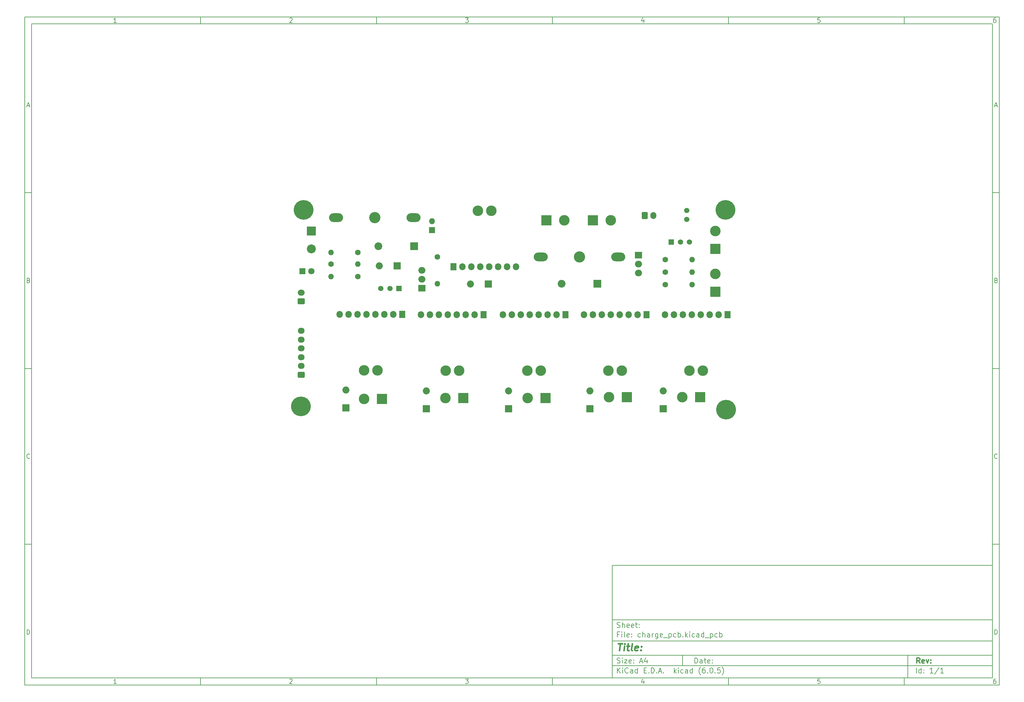
<source format=gts>
G04 #@! TF.GenerationSoftware,KiCad,Pcbnew,(6.0.5)*
G04 #@! TF.CreationDate,2023-05-16T20:39:54+02:00*
G04 #@! TF.ProjectId,charge_pcb,63686172-6765-45f7-9063-622e6b696361,rev?*
G04 #@! TF.SameCoordinates,Original*
G04 #@! TF.FileFunction,Soldermask,Top*
G04 #@! TF.FilePolarity,Negative*
%FSLAX46Y46*%
G04 Gerber Fmt 4.6, Leading zero omitted, Abs format (unit mm)*
G04 Created by KiCad (PCBNEW (6.0.5)) date 2023-05-16 20:39:54*
%MOMM*%
%LPD*%
G01*
G04 APERTURE LIST*
G04 Aperture macros list*
%AMRoundRect*
0 Rectangle with rounded corners*
0 $1 Rounding radius*
0 $2 $3 $4 $5 $6 $7 $8 $9 X,Y pos of 4 corners*
0 Add a 4 corners polygon primitive as box body*
4,1,4,$2,$3,$4,$5,$6,$7,$8,$9,$2,$3,0*
0 Add four circle primitives for the rounded corners*
1,1,$1+$1,$2,$3*
1,1,$1+$1,$4,$5*
1,1,$1+$1,$6,$7*
1,1,$1+$1,$8,$9*
0 Add four rect primitives between the rounded corners*
20,1,$1+$1,$2,$3,$4,$5,0*
20,1,$1+$1,$4,$5,$6,$7,0*
20,1,$1+$1,$6,$7,$8,$9,0*
20,1,$1+$1,$8,$9,$2,$3,0*%
G04 Aperture macros list end*
%ADD10C,0.100000*%
%ADD11C,0.150000*%
%ADD12C,0.300000*%
%ADD13C,0.400000*%
%ADD14R,2.540000X2.540000*%
%ADD15C,2.540000*%
%ADD16C,1.501140*%
%ADD17R,2.000000X2.000000*%
%ADD18O,2.000000X2.000000*%
%ADD19O,4.000500X2.499360*%
%ADD20C,3.200000*%
%ADD21R,3.000000X3.000000*%
%ADD22C,3.000000*%
%ADD23R,1.500000X1.500000*%
%ADD24C,1.500000*%
%ADD25C,1.600000*%
%ADD26O,1.600000X1.600000*%
%ADD27C,5.600000*%
%ADD28C,3.600000*%
%ADD29R,2.000000X1.905000*%
%ADD30O,2.000000X1.905000*%
%ADD31RoundRect,0.250000X0.725000X-0.600000X0.725000X0.600000X-0.725000X0.600000X-0.725000X-0.600000X0*%
%ADD32O,1.950000X1.700000*%
%ADD33RoundRect,0.250000X0.750000X-0.600000X0.750000X0.600000X-0.750000X0.600000X-0.750000X-0.600000X0*%
%ADD34O,2.000000X1.700000*%
%ADD35RoundRect,0.250000X-0.600000X-0.750000X0.600000X-0.750000X0.600000X0.750000X-0.600000X0.750000X0*%
%ADD36O,1.700000X2.000000*%
%ADD37R,1.800000X2.000000*%
%ADD38O,1.800000X2.000000*%
%ADD39O,3.000000X3.000000*%
%ADD40R,1.700000X1.700000*%
%ADD41O,1.700000X1.700000*%
%ADD42R,1.800000X1.800000*%
%ADD43C,1.800000*%
%ADD44R,2.200000X2.200000*%
%ADD45O,2.200000X2.200000*%
G04 APERTURE END LIST*
D10*
D11*
X177002200Y-166007200D02*
X177002200Y-198007200D01*
X285002200Y-198007200D01*
X285002200Y-166007200D01*
X177002200Y-166007200D01*
D10*
D11*
X10000000Y-10000000D02*
X10000000Y-200007200D01*
X287002200Y-200007200D01*
X287002200Y-10000000D01*
X10000000Y-10000000D01*
D10*
D11*
X12000000Y-12000000D02*
X12000000Y-198007200D01*
X285002200Y-198007200D01*
X285002200Y-12000000D01*
X12000000Y-12000000D01*
D10*
D11*
X60000000Y-12000000D02*
X60000000Y-10000000D01*
D10*
D11*
X110000000Y-12000000D02*
X110000000Y-10000000D01*
D10*
D11*
X160000000Y-12000000D02*
X160000000Y-10000000D01*
D10*
D11*
X210000000Y-12000000D02*
X210000000Y-10000000D01*
D10*
D11*
X260000000Y-12000000D02*
X260000000Y-10000000D01*
D10*
D11*
X36065476Y-11588095D02*
X35322619Y-11588095D01*
X35694047Y-11588095D02*
X35694047Y-10288095D01*
X35570238Y-10473809D01*
X35446428Y-10597619D01*
X35322619Y-10659523D01*
D10*
D11*
X85322619Y-10411904D02*
X85384523Y-10350000D01*
X85508333Y-10288095D01*
X85817857Y-10288095D01*
X85941666Y-10350000D01*
X86003571Y-10411904D01*
X86065476Y-10535714D01*
X86065476Y-10659523D01*
X86003571Y-10845238D01*
X85260714Y-11588095D01*
X86065476Y-11588095D01*
D10*
D11*
X135260714Y-10288095D02*
X136065476Y-10288095D01*
X135632142Y-10783333D01*
X135817857Y-10783333D01*
X135941666Y-10845238D01*
X136003571Y-10907142D01*
X136065476Y-11030952D01*
X136065476Y-11340476D01*
X136003571Y-11464285D01*
X135941666Y-11526190D01*
X135817857Y-11588095D01*
X135446428Y-11588095D01*
X135322619Y-11526190D01*
X135260714Y-11464285D01*
D10*
D11*
X185941666Y-10721428D02*
X185941666Y-11588095D01*
X185632142Y-10226190D02*
X185322619Y-11154761D01*
X186127380Y-11154761D01*
D10*
D11*
X236003571Y-10288095D02*
X235384523Y-10288095D01*
X235322619Y-10907142D01*
X235384523Y-10845238D01*
X235508333Y-10783333D01*
X235817857Y-10783333D01*
X235941666Y-10845238D01*
X236003571Y-10907142D01*
X236065476Y-11030952D01*
X236065476Y-11340476D01*
X236003571Y-11464285D01*
X235941666Y-11526190D01*
X235817857Y-11588095D01*
X235508333Y-11588095D01*
X235384523Y-11526190D01*
X235322619Y-11464285D01*
D10*
D11*
X285941666Y-10288095D02*
X285694047Y-10288095D01*
X285570238Y-10350000D01*
X285508333Y-10411904D01*
X285384523Y-10597619D01*
X285322619Y-10845238D01*
X285322619Y-11340476D01*
X285384523Y-11464285D01*
X285446428Y-11526190D01*
X285570238Y-11588095D01*
X285817857Y-11588095D01*
X285941666Y-11526190D01*
X286003571Y-11464285D01*
X286065476Y-11340476D01*
X286065476Y-11030952D01*
X286003571Y-10907142D01*
X285941666Y-10845238D01*
X285817857Y-10783333D01*
X285570238Y-10783333D01*
X285446428Y-10845238D01*
X285384523Y-10907142D01*
X285322619Y-11030952D01*
D10*
D11*
X60000000Y-198007200D02*
X60000000Y-200007200D01*
D10*
D11*
X110000000Y-198007200D02*
X110000000Y-200007200D01*
D10*
D11*
X160000000Y-198007200D02*
X160000000Y-200007200D01*
D10*
D11*
X210000000Y-198007200D02*
X210000000Y-200007200D01*
D10*
D11*
X260000000Y-198007200D02*
X260000000Y-200007200D01*
D10*
D11*
X36065476Y-199595295D02*
X35322619Y-199595295D01*
X35694047Y-199595295D02*
X35694047Y-198295295D01*
X35570238Y-198481009D01*
X35446428Y-198604819D01*
X35322619Y-198666723D01*
D10*
D11*
X85322619Y-198419104D02*
X85384523Y-198357200D01*
X85508333Y-198295295D01*
X85817857Y-198295295D01*
X85941666Y-198357200D01*
X86003571Y-198419104D01*
X86065476Y-198542914D01*
X86065476Y-198666723D01*
X86003571Y-198852438D01*
X85260714Y-199595295D01*
X86065476Y-199595295D01*
D10*
D11*
X135260714Y-198295295D02*
X136065476Y-198295295D01*
X135632142Y-198790533D01*
X135817857Y-198790533D01*
X135941666Y-198852438D01*
X136003571Y-198914342D01*
X136065476Y-199038152D01*
X136065476Y-199347676D01*
X136003571Y-199471485D01*
X135941666Y-199533390D01*
X135817857Y-199595295D01*
X135446428Y-199595295D01*
X135322619Y-199533390D01*
X135260714Y-199471485D01*
D10*
D11*
X185941666Y-198728628D02*
X185941666Y-199595295D01*
X185632142Y-198233390D02*
X185322619Y-199161961D01*
X186127380Y-199161961D01*
D10*
D11*
X236003571Y-198295295D02*
X235384523Y-198295295D01*
X235322619Y-198914342D01*
X235384523Y-198852438D01*
X235508333Y-198790533D01*
X235817857Y-198790533D01*
X235941666Y-198852438D01*
X236003571Y-198914342D01*
X236065476Y-199038152D01*
X236065476Y-199347676D01*
X236003571Y-199471485D01*
X235941666Y-199533390D01*
X235817857Y-199595295D01*
X235508333Y-199595295D01*
X235384523Y-199533390D01*
X235322619Y-199471485D01*
D10*
D11*
X285941666Y-198295295D02*
X285694047Y-198295295D01*
X285570238Y-198357200D01*
X285508333Y-198419104D01*
X285384523Y-198604819D01*
X285322619Y-198852438D01*
X285322619Y-199347676D01*
X285384523Y-199471485D01*
X285446428Y-199533390D01*
X285570238Y-199595295D01*
X285817857Y-199595295D01*
X285941666Y-199533390D01*
X286003571Y-199471485D01*
X286065476Y-199347676D01*
X286065476Y-199038152D01*
X286003571Y-198914342D01*
X285941666Y-198852438D01*
X285817857Y-198790533D01*
X285570238Y-198790533D01*
X285446428Y-198852438D01*
X285384523Y-198914342D01*
X285322619Y-199038152D01*
D10*
D11*
X10000000Y-60000000D02*
X12000000Y-60000000D01*
D10*
D11*
X10000000Y-110000000D02*
X12000000Y-110000000D01*
D10*
D11*
X10000000Y-160000000D02*
X12000000Y-160000000D01*
D10*
D11*
X10690476Y-35216666D02*
X11309523Y-35216666D01*
X10566666Y-35588095D02*
X11000000Y-34288095D01*
X11433333Y-35588095D01*
D10*
D11*
X11092857Y-84907142D02*
X11278571Y-84969047D01*
X11340476Y-85030952D01*
X11402380Y-85154761D01*
X11402380Y-85340476D01*
X11340476Y-85464285D01*
X11278571Y-85526190D01*
X11154761Y-85588095D01*
X10659523Y-85588095D01*
X10659523Y-84288095D01*
X11092857Y-84288095D01*
X11216666Y-84350000D01*
X11278571Y-84411904D01*
X11340476Y-84535714D01*
X11340476Y-84659523D01*
X11278571Y-84783333D01*
X11216666Y-84845238D01*
X11092857Y-84907142D01*
X10659523Y-84907142D01*
D10*
D11*
X11402380Y-135464285D02*
X11340476Y-135526190D01*
X11154761Y-135588095D01*
X11030952Y-135588095D01*
X10845238Y-135526190D01*
X10721428Y-135402380D01*
X10659523Y-135278571D01*
X10597619Y-135030952D01*
X10597619Y-134845238D01*
X10659523Y-134597619D01*
X10721428Y-134473809D01*
X10845238Y-134350000D01*
X11030952Y-134288095D01*
X11154761Y-134288095D01*
X11340476Y-134350000D01*
X11402380Y-134411904D01*
D10*
D11*
X10659523Y-185588095D02*
X10659523Y-184288095D01*
X10969047Y-184288095D01*
X11154761Y-184350000D01*
X11278571Y-184473809D01*
X11340476Y-184597619D01*
X11402380Y-184845238D01*
X11402380Y-185030952D01*
X11340476Y-185278571D01*
X11278571Y-185402380D01*
X11154761Y-185526190D01*
X10969047Y-185588095D01*
X10659523Y-185588095D01*
D10*
D11*
X287002200Y-60000000D02*
X285002200Y-60000000D01*
D10*
D11*
X287002200Y-110000000D02*
X285002200Y-110000000D01*
D10*
D11*
X287002200Y-160000000D02*
X285002200Y-160000000D01*
D10*
D11*
X285692676Y-35216666D02*
X286311723Y-35216666D01*
X285568866Y-35588095D02*
X286002200Y-34288095D01*
X286435533Y-35588095D01*
D10*
D11*
X286095057Y-84907142D02*
X286280771Y-84969047D01*
X286342676Y-85030952D01*
X286404580Y-85154761D01*
X286404580Y-85340476D01*
X286342676Y-85464285D01*
X286280771Y-85526190D01*
X286156961Y-85588095D01*
X285661723Y-85588095D01*
X285661723Y-84288095D01*
X286095057Y-84288095D01*
X286218866Y-84350000D01*
X286280771Y-84411904D01*
X286342676Y-84535714D01*
X286342676Y-84659523D01*
X286280771Y-84783333D01*
X286218866Y-84845238D01*
X286095057Y-84907142D01*
X285661723Y-84907142D01*
D10*
D11*
X286404580Y-135464285D02*
X286342676Y-135526190D01*
X286156961Y-135588095D01*
X286033152Y-135588095D01*
X285847438Y-135526190D01*
X285723628Y-135402380D01*
X285661723Y-135278571D01*
X285599819Y-135030952D01*
X285599819Y-134845238D01*
X285661723Y-134597619D01*
X285723628Y-134473809D01*
X285847438Y-134350000D01*
X286033152Y-134288095D01*
X286156961Y-134288095D01*
X286342676Y-134350000D01*
X286404580Y-134411904D01*
D10*
D11*
X285661723Y-185588095D02*
X285661723Y-184288095D01*
X285971247Y-184288095D01*
X286156961Y-184350000D01*
X286280771Y-184473809D01*
X286342676Y-184597619D01*
X286404580Y-184845238D01*
X286404580Y-185030952D01*
X286342676Y-185278571D01*
X286280771Y-185402380D01*
X286156961Y-185526190D01*
X285971247Y-185588095D01*
X285661723Y-185588095D01*
D10*
D11*
X200434342Y-193785771D02*
X200434342Y-192285771D01*
X200791485Y-192285771D01*
X201005771Y-192357200D01*
X201148628Y-192500057D01*
X201220057Y-192642914D01*
X201291485Y-192928628D01*
X201291485Y-193142914D01*
X201220057Y-193428628D01*
X201148628Y-193571485D01*
X201005771Y-193714342D01*
X200791485Y-193785771D01*
X200434342Y-193785771D01*
X202577200Y-193785771D02*
X202577200Y-193000057D01*
X202505771Y-192857200D01*
X202362914Y-192785771D01*
X202077200Y-192785771D01*
X201934342Y-192857200D01*
X202577200Y-193714342D02*
X202434342Y-193785771D01*
X202077200Y-193785771D01*
X201934342Y-193714342D01*
X201862914Y-193571485D01*
X201862914Y-193428628D01*
X201934342Y-193285771D01*
X202077200Y-193214342D01*
X202434342Y-193214342D01*
X202577200Y-193142914D01*
X203077200Y-192785771D02*
X203648628Y-192785771D01*
X203291485Y-192285771D02*
X203291485Y-193571485D01*
X203362914Y-193714342D01*
X203505771Y-193785771D01*
X203648628Y-193785771D01*
X204720057Y-193714342D02*
X204577200Y-193785771D01*
X204291485Y-193785771D01*
X204148628Y-193714342D01*
X204077200Y-193571485D01*
X204077200Y-193000057D01*
X204148628Y-192857200D01*
X204291485Y-192785771D01*
X204577200Y-192785771D01*
X204720057Y-192857200D01*
X204791485Y-193000057D01*
X204791485Y-193142914D01*
X204077200Y-193285771D01*
X205434342Y-193642914D02*
X205505771Y-193714342D01*
X205434342Y-193785771D01*
X205362914Y-193714342D01*
X205434342Y-193642914D01*
X205434342Y-193785771D01*
X205434342Y-192857200D02*
X205505771Y-192928628D01*
X205434342Y-193000057D01*
X205362914Y-192928628D01*
X205434342Y-192857200D01*
X205434342Y-193000057D01*
D10*
D11*
X177002200Y-194507200D02*
X285002200Y-194507200D01*
D10*
D11*
X178434342Y-196585771D02*
X178434342Y-195085771D01*
X179291485Y-196585771D02*
X178648628Y-195728628D01*
X179291485Y-195085771D02*
X178434342Y-195942914D01*
X179934342Y-196585771D02*
X179934342Y-195585771D01*
X179934342Y-195085771D02*
X179862914Y-195157200D01*
X179934342Y-195228628D01*
X180005771Y-195157200D01*
X179934342Y-195085771D01*
X179934342Y-195228628D01*
X181505771Y-196442914D02*
X181434342Y-196514342D01*
X181220057Y-196585771D01*
X181077200Y-196585771D01*
X180862914Y-196514342D01*
X180720057Y-196371485D01*
X180648628Y-196228628D01*
X180577200Y-195942914D01*
X180577200Y-195728628D01*
X180648628Y-195442914D01*
X180720057Y-195300057D01*
X180862914Y-195157200D01*
X181077200Y-195085771D01*
X181220057Y-195085771D01*
X181434342Y-195157200D01*
X181505771Y-195228628D01*
X182791485Y-196585771D02*
X182791485Y-195800057D01*
X182720057Y-195657200D01*
X182577200Y-195585771D01*
X182291485Y-195585771D01*
X182148628Y-195657200D01*
X182791485Y-196514342D02*
X182648628Y-196585771D01*
X182291485Y-196585771D01*
X182148628Y-196514342D01*
X182077200Y-196371485D01*
X182077200Y-196228628D01*
X182148628Y-196085771D01*
X182291485Y-196014342D01*
X182648628Y-196014342D01*
X182791485Y-195942914D01*
X184148628Y-196585771D02*
X184148628Y-195085771D01*
X184148628Y-196514342D02*
X184005771Y-196585771D01*
X183720057Y-196585771D01*
X183577200Y-196514342D01*
X183505771Y-196442914D01*
X183434342Y-196300057D01*
X183434342Y-195871485D01*
X183505771Y-195728628D01*
X183577200Y-195657200D01*
X183720057Y-195585771D01*
X184005771Y-195585771D01*
X184148628Y-195657200D01*
X186005771Y-195800057D02*
X186505771Y-195800057D01*
X186720057Y-196585771D02*
X186005771Y-196585771D01*
X186005771Y-195085771D01*
X186720057Y-195085771D01*
X187362914Y-196442914D02*
X187434342Y-196514342D01*
X187362914Y-196585771D01*
X187291485Y-196514342D01*
X187362914Y-196442914D01*
X187362914Y-196585771D01*
X188077200Y-196585771D02*
X188077200Y-195085771D01*
X188434342Y-195085771D01*
X188648628Y-195157200D01*
X188791485Y-195300057D01*
X188862914Y-195442914D01*
X188934342Y-195728628D01*
X188934342Y-195942914D01*
X188862914Y-196228628D01*
X188791485Y-196371485D01*
X188648628Y-196514342D01*
X188434342Y-196585771D01*
X188077200Y-196585771D01*
X189577200Y-196442914D02*
X189648628Y-196514342D01*
X189577200Y-196585771D01*
X189505771Y-196514342D01*
X189577200Y-196442914D01*
X189577200Y-196585771D01*
X190220057Y-196157200D02*
X190934342Y-196157200D01*
X190077200Y-196585771D02*
X190577200Y-195085771D01*
X191077200Y-196585771D01*
X191577200Y-196442914D02*
X191648628Y-196514342D01*
X191577200Y-196585771D01*
X191505771Y-196514342D01*
X191577200Y-196442914D01*
X191577200Y-196585771D01*
X194577200Y-196585771D02*
X194577200Y-195085771D01*
X194720057Y-196014342D02*
X195148628Y-196585771D01*
X195148628Y-195585771D02*
X194577200Y-196157200D01*
X195791485Y-196585771D02*
X195791485Y-195585771D01*
X195791485Y-195085771D02*
X195720057Y-195157200D01*
X195791485Y-195228628D01*
X195862914Y-195157200D01*
X195791485Y-195085771D01*
X195791485Y-195228628D01*
X197148628Y-196514342D02*
X197005771Y-196585771D01*
X196720057Y-196585771D01*
X196577200Y-196514342D01*
X196505771Y-196442914D01*
X196434342Y-196300057D01*
X196434342Y-195871485D01*
X196505771Y-195728628D01*
X196577200Y-195657200D01*
X196720057Y-195585771D01*
X197005771Y-195585771D01*
X197148628Y-195657200D01*
X198434342Y-196585771D02*
X198434342Y-195800057D01*
X198362914Y-195657200D01*
X198220057Y-195585771D01*
X197934342Y-195585771D01*
X197791485Y-195657200D01*
X198434342Y-196514342D02*
X198291485Y-196585771D01*
X197934342Y-196585771D01*
X197791485Y-196514342D01*
X197720057Y-196371485D01*
X197720057Y-196228628D01*
X197791485Y-196085771D01*
X197934342Y-196014342D01*
X198291485Y-196014342D01*
X198434342Y-195942914D01*
X199791485Y-196585771D02*
X199791485Y-195085771D01*
X199791485Y-196514342D02*
X199648628Y-196585771D01*
X199362914Y-196585771D01*
X199220057Y-196514342D01*
X199148628Y-196442914D01*
X199077200Y-196300057D01*
X199077200Y-195871485D01*
X199148628Y-195728628D01*
X199220057Y-195657200D01*
X199362914Y-195585771D01*
X199648628Y-195585771D01*
X199791485Y-195657200D01*
X202077200Y-197157200D02*
X202005771Y-197085771D01*
X201862914Y-196871485D01*
X201791485Y-196728628D01*
X201720057Y-196514342D01*
X201648628Y-196157200D01*
X201648628Y-195871485D01*
X201720057Y-195514342D01*
X201791485Y-195300057D01*
X201862914Y-195157200D01*
X202005771Y-194942914D01*
X202077200Y-194871485D01*
X203291485Y-195085771D02*
X203005771Y-195085771D01*
X202862914Y-195157200D01*
X202791485Y-195228628D01*
X202648628Y-195442914D01*
X202577200Y-195728628D01*
X202577200Y-196300057D01*
X202648628Y-196442914D01*
X202720057Y-196514342D01*
X202862914Y-196585771D01*
X203148628Y-196585771D01*
X203291485Y-196514342D01*
X203362914Y-196442914D01*
X203434342Y-196300057D01*
X203434342Y-195942914D01*
X203362914Y-195800057D01*
X203291485Y-195728628D01*
X203148628Y-195657200D01*
X202862914Y-195657200D01*
X202720057Y-195728628D01*
X202648628Y-195800057D01*
X202577200Y-195942914D01*
X204077200Y-196442914D02*
X204148628Y-196514342D01*
X204077200Y-196585771D01*
X204005771Y-196514342D01*
X204077200Y-196442914D01*
X204077200Y-196585771D01*
X205077200Y-195085771D02*
X205220057Y-195085771D01*
X205362914Y-195157200D01*
X205434342Y-195228628D01*
X205505771Y-195371485D01*
X205577200Y-195657200D01*
X205577200Y-196014342D01*
X205505771Y-196300057D01*
X205434342Y-196442914D01*
X205362914Y-196514342D01*
X205220057Y-196585771D01*
X205077200Y-196585771D01*
X204934342Y-196514342D01*
X204862914Y-196442914D01*
X204791485Y-196300057D01*
X204720057Y-196014342D01*
X204720057Y-195657200D01*
X204791485Y-195371485D01*
X204862914Y-195228628D01*
X204934342Y-195157200D01*
X205077200Y-195085771D01*
X206220057Y-196442914D02*
X206291485Y-196514342D01*
X206220057Y-196585771D01*
X206148628Y-196514342D01*
X206220057Y-196442914D01*
X206220057Y-196585771D01*
X207648628Y-195085771D02*
X206934342Y-195085771D01*
X206862914Y-195800057D01*
X206934342Y-195728628D01*
X207077200Y-195657200D01*
X207434342Y-195657200D01*
X207577200Y-195728628D01*
X207648628Y-195800057D01*
X207720057Y-195942914D01*
X207720057Y-196300057D01*
X207648628Y-196442914D01*
X207577200Y-196514342D01*
X207434342Y-196585771D01*
X207077200Y-196585771D01*
X206934342Y-196514342D01*
X206862914Y-196442914D01*
X208220057Y-197157200D02*
X208291485Y-197085771D01*
X208434342Y-196871485D01*
X208505771Y-196728628D01*
X208577200Y-196514342D01*
X208648628Y-196157200D01*
X208648628Y-195871485D01*
X208577200Y-195514342D01*
X208505771Y-195300057D01*
X208434342Y-195157200D01*
X208291485Y-194942914D01*
X208220057Y-194871485D01*
D10*
D11*
X177002200Y-191507200D02*
X285002200Y-191507200D01*
D10*
D12*
X264411485Y-193785771D02*
X263911485Y-193071485D01*
X263554342Y-193785771D02*
X263554342Y-192285771D01*
X264125771Y-192285771D01*
X264268628Y-192357200D01*
X264340057Y-192428628D01*
X264411485Y-192571485D01*
X264411485Y-192785771D01*
X264340057Y-192928628D01*
X264268628Y-193000057D01*
X264125771Y-193071485D01*
X263554342Y-193071485D01*
X265625771Y-193714342D02*
X265482914Y-193785771D01*
X265197200Y-193785771D01*
X265054342Y-193714342D01*
X264982914Y-193571485D01*
X264982914Y-193000057D01*
X265054342Y-192857200D01*
X265197200Y-192785771D01*
X265482914Y-192785771D01*
X265625771Y-192857200D01*
X265697200Y-193000057D01*
X265697200Y-193142914D01*
X264982914Y-193285771D01*
X266197200Y-192785771D02*
X266554342Y-193785771D01*
X266911485Y-192785771D01*
X267482914Y-193642914D02*
X267554342Y-193714342D01*
X267482914Y-193785771D01*
X267411485Y-193714342D01*
X267482914Y-193642914D01*
X267482914Y-193785771D01*
X267482914Y-192857200D02*
X267554342Y-192928628D01*
X267482914Y-193000057D01*
X267411485Y-192928628D01*
X267482914Y-192857200D01*
X267482914Y-193000057D01*
D10*
D11*
X178362914Y-193714342D02*
X178577200Y-193785771D01*
X178934342Y-193785771D01*
X179077200Y-193714342D01*
X179148628Y-193642914D01*
X179220057Y-193500057D01*
X179220057Y-193357200D01*
X179148628Y-193214342D01*
X179077200Y-193142914D01*
X178934342Y-193071485D01*
X178648628Y-193000057D01*
X178505771Y-192928628D01*
X178434342Y-192857200D01*
X178362914Y-192714342D01*
X178362914Y-192571485D01*
X178434342Y-192428628D01*
X178505771Y-192357200D01*
X178648628Y-192285771D01*
X179005771Y-192285771D01*
X179220057Y-192357200D01*
X179862914Y-193785771D02*
X179862914Y-192785771D01*
X179862914Y-192285771D02*
X179791485Y-192357200D01*
X179862914Y-192428628D01*
X179934342Y-192357200D01*
X179862914Y-192285771D01*
X179862914Y-192428628D01*
X180434342Y-192785771D02*
X181220057Y-192785771D01*
X180434342Y-193785771D01*
X181220057Y-193785771D01*
X182362914Y-193714342D02*
X182220057Y-193785771D01*
X181934342Y-193785771D01*
X181791485Y-193714342D01*
X181720057Y-193571485D01*
X181720057Y-193000057D01*
X181791485Y-192857200D01*
X181934342Y-192785771D01*
X182220057Y-192785771D01*
X182362914Y-192857200D01*
X182434342Y-193000057D01*
X182434342Y-193142914D01*
X181720057Y-193285771D01*
X183077200Y-193642914D02*
X183148628Y-193714342D01*
X183077200Y-193785771D01*
X183005771Y-193714342D01*
X183077200Y-193642914D01*
X183077200Y-193785771D01*
X183077200Y-192857200D02*
X183148628Y-192928628D01*
X183077200Y-193000057D01*
X183005771Y-192928628D01*
X183077200Y-192857200D01*
X183077200Y-193000057D01*
X184862914Y-193357200D02*
X185577200Y-193357200D01*
X184720057Y-193785771D02*
X185220057Y-192285771D01*
X185720057Y-193785771D01*
X186862914Y-192785771D02*
X186862914Y-193785771D01*
X186505771Y-192214342D02*
X186148628Y-193285771D01*
X187077200Y-193285771D01*
D10*
D11*
X263434342Y-196585771D02*
X263434342Y-195085771D01*
X264791485Y-196585771D02*
X264791485Y-195085771D01*
X264791485Y-196514342D02*
X264648628Y-196585771D01*
X264362914Y-196585771D01*
X264220057Y-196514342D01*
X264148628Y-196442914D01*
X264077200Y-196300057D01*
X264077200Y-195871485D01*
X264148628Y-195728628D01*
X264220057Y-195657200D01*
X264362914Y-195585771D01*
X264648628Y-195585771D01*
X264791485Y-195657200D01*
X265505771Y-196442914D02*
X265577200Y-196514342D01*
X265505771Y-196585771D01*
X265434342Y-196514342D01*
X265505771Y-196442914D01*
X265505771Y-196585771D01*
X265505771Y-195657200D02*
X265577200Y-195728628D01*
X265505771Y-195800057D01*
X265434342Y-195728628D01*
X265505771Y-195657200D01*
X265505771Y-195800057D01*
X268148628Y-196585771D02*
X267291485Y-196585771D01*
X267720057Y-196585771D02*
X267720057Y-195085771D01*
X267577200Y-195300057D01*
X267434342Y-195442914D01*
X267291485Y-195514342D01*
X269862914Y-195014342D02*
X268577200Y-196942914D01*
X271148628Y-196585771D02*
X270291485Y-196585771D01*
X270720057Y-196585771D02*
X270720057Y-195085771D01*
X270577200Y-195300057D01*
X270434342Y-195442914D01*
X270291485Y-195514342D01*
D10*
D11*
X177002200Y-187507200D02*
X285002200Y-187507200D01*
D10*
D13*
X178714580Y-188211961D02*
X179857438Y-188211961D01*
X179036009Y-190211961D02*
X179286009Y-188211961D01*
X180274104Y-190211961D02*
X180440771Y-188878628D01*
X180524104Y-188211961D02*
X180416961Y-188307200D01*
X180500295Y-188402438D01*
X180607438Y-188307200D01*
X180524104Y-188211961D01*
X180500295Y-188402438D01*
X181107438Y-188878628D02*
X181869342Y-188878628D01*
X181476485Y-188211961D02*
X181262200Y-189926247D01*
X181333628Y-190116723D01*
X181512200Y-190211961D01*
X181702676Y-190211961D01*
X182655057Y-190211961D02*
X182476485Y-190116723D01*
X182405057Y-189926247D01*
X182619342Y-188211961D01*
X184190771Y-190116723D02*
X183988390Y-190211961D01*
X183607438Y-190211961D01*
X183428866Y-190116723D01*
X183357438Y-189926247D01*
X183452676Y-189164342D01*
X183571723Y-188973866D01*
X183774104Y-188878628D01*
X184155057Y-188878628D01*
X184333628Y-188973866D01*
X184405057Y-189164342D01*
X184381247Y-189354819D01*
X183405057Y-189545295D01*
X185155057Y-190021485D02*
X185238390Y-190116723D01*
X185131247Y-190211961D01*
X185047914Y-190116723D01*
X185155057Y-190021485D01*
X185131247Y-190211961D01*
X185286009Y-188973866D02*
X185369342Y-189069104D01*
X185262200Y-189164342D01*
X185178866Y-189069104D01*
X185286009Y-188973866D01*
X185262200Y-189164342D01*
D10*
D11*
X178934342Y-185600057D02*
X178434342Y-185600057D01*
X178434342Y-186385771D02*
X178434342Y-184885771D01*
X179148628Y-184885771D01*
X179720057Y-186385771D02*
X179720057Y-185385771D01*
X179720057Y-184885771D02*
X179648628Y-184957200D01*
X179720057Y-185028628D01*
X179791485Y-184957200D01*
X179720057Y-184885771D01*
X179720057Y-185028628D01*
X180648628Y-186385771D02*
X180505771Y-186314342D01*
X180434342Y-186171485D01*
X180434342Y-184885771D01*
X181791485Y-186314342D02*
X181648628Y-186385771D01*
X181362914Y-186385771D01*
X181220057Y-186314342D01*
X181148628Y-186171485D01*
X181148628Y-185600057D01*
X181220057Y-185457200D01*
X181362914Y-185385771D01*
X181648628Y-185385771D01*
X181791485Y-185457200D01*
X181862914Y-185600057D01*
X181862914Y-185742914D01*
X181148628Y-185885771D01*
X182505771Y-186242914D02*
X182577200Y-186314342D01*
X182505771Y-186385771D01*
X182434342Y-186314342D01*
X182505771Y-186242914D01*
X182505771Y-186385771D01*
X182505771Y-185457200D02*
X182577200Y-185528628D01*
X182505771Y-185600057D01*
X182434342Y-185528628D01*
X182505771Y-185457200D01*
X182505771Y-185600057D01*
X185005771Y-186314342D02*
X184862914Y-186385771D01*
X184577200Y-186385771D01*
X184434342Y-186314342D01*
X184362914Y-186242914D01*
X184291485Y-186100057D01*
X184291485Y-185671485D01*
X184362914Y-185528628D01*
X184434342Y-185457200D01*
X184577200Y-185385771D01*
X184862914Y-185385771D01*
X185005771Y-185457200D01*
X185648628Y-186385771D02*
X185648628Y-184885771D01*
X186291485Y-186385771D02*
X186291485Y-185600057D01*
X186220057Y-185457200D01*
X186077200Y-185385771D01*
X185862914Y-185385771D01*
X185720057Y-185457200D01*
X185648628Y-185528628D01*
X187648628Y-186385771D02*
X187648628Y-185600057D01*
X187577200Y-185457200D01*
X187434342Y-185385771D01*
X187148628Y-185385771D01*
X187005771Y-185457200D01*
X187648628Y-186314342D02*
X187505771Y-186385771D01*
X187148628Y-186385771D01*
X187005771Y-186314342D01*
X186934342Y-186171485D01*
X186934342Y-186028628D01*
X187005771Y-185885771D01*
X187148628Y-185814342D01*
X187505771Y-185814342D01*
X187648628Y-185742914D01*
X188362914Y-186385771D02*
X188362914Y-185385771D01*
X188362914Y-185671485D02*
X188434342Y-185528628D01*
X188505771Y-185457200D01*
X188648628Y-185385771D01*
X188791485Y-185385771D01*
X189934342Y-185385771D02*
X189934342Y-186600057D01*
X189862914Y-186742914D01*
X189791485Y-186814342D01*
X189648628Y-186885771D01*
X189434342Y-186885771D01*
X189291485Y-186814342D01*
X189934342Y-186314342D02*
X189791485Y-186385771D01*
X189505771Y-186385771D01*
X189362914Y-186314342D01*
X189291485Y-186242914D01*
X189220057Y-186100057D01*
X189220057Y-185671485D01*
X189291485Y-185528628D01*
X189362914Y-185457200D01*
X189505771Y-185385771D01*
X189791485Y-185385771D01*
X189934342Y-185457200D01*
X191220057Y-186314342D02*
X191077200Y-186385771D01*
X190791485Y-186385771D01*
X190648628Y-186314342D01*
X190577200Y-186171485D01*
X190577200Y-185600057D01*
X190648628Y-185457200D01*
X190791485Y-185385771D01*
X191077200Y-185385771D01*
X191220057Y-185457200D01*
X191291485Y-185600057D01*
X191291485Y-185742914D01*
X190577200Y-185885771D01*
X191577200Y-186528628D02*
X192720057Y-186528628D01*
X193077200Y-185385771D02*
X193077200Y-186885771D01*
X193077200Y-185457200D02*
X193220057Y-185385771D01*
X193505771Y-185385771D01*
X193648628Y-185457200D01*
X193720057Y-185528628D01*
X193791485Y-185671485D01*
X193791485Y-186100057D01*
X193720057Y-186242914D01*
X193648628Y-186314342D01*
X193505771Y-186385771D01*
X193220057Y-186385771D01*
X193077200Y-186314342D01*
X195077200Y-186314342D02*
X194934342Y-186385771D01*
X194648628Y-186385771D01*
X194505771Y-186314342D01*
X194434342Y-186242914D01*
X194362914Y-186100057D01*
X194362914Y-185671485D01*
X194434342Y-185528628D01*
X194505771Y-185457200D01*
X194648628Y-185385771D01*
X194934342Y-185385771D01*
X195077200Y-185457200D01*
X195720057Y-186385771D02*
X195720057Y-184885771D01*
X195720057Y-185457200D02*
X195862914Y-185385771D01*
X196148628Y-185385771D01*
X196291485Y-185457200D01*
X196362914Y-185528628D01*
X196434342Y-185671485D01*
X196434342Y-186100057D01*
X196362914Y-186242914D01*
X196291485Y-186314342D01*
X196148628Y-186385771D01*
X195862914Y-186385771D01*
X195720057Y-186314342D01*
X197077200Y-186242914D02*
X197148628Y-186314342D01*
X197077200Y-186385771D01*
X197005771Y-186314342D01*
X197077200Y-186242914D01*
X197077200Y-186385771D01*
X197791485Y-186385771D02*
X197791485Y-184885771D01*
X197934342Y-185814342D02*
X198362914Y-186385771D01*
X198362914Y-185385771D02*
X197791485Y-185957200D01*
X199005771Y-186385771D02*
X199005771Y-185385771D01*
X199005771Y-184885771D02*
X198934342Y-184957200D01*
X199005771Y-185028628D01*
X199077200Y-184957200D01*
X199005771Y-184885771D01*
X199005771Y-185028628D01*
X200362914Y-186314342D02*
X200220057Y-186385771D01*
X199934342Y-186385771D01*
X199791485Y-186314342D01*
X199720057Y-186242914D01*
X199648628Y-186100057D01*
X199648628Y-185671485D01*
X199720057Y-185528628D01*
X199791485Y-185457200D01*
X199934342Y-185385771D01*
X200220057Y-185385771D01*
X200362914Y-185457200D01*
X201648628Y-186385771D02*
X201648628Y-185600057D01*
X201577200Y-185457200D01*
X201434342Y-185385771D01*
X201148628Y-185385771D01*
X201005771Y-185457200D01*
X201648628Y-186314342D02*
X201505771Y-186385771D01*
X201148628Y-186385771D01*
X201005771Y-186314342D01*
X200934342Y-186171485D01*
X200934342Y-186028628D01*
X201005771Y-185885771D01*
X201148628Y-185814342D01*
X201505771Y-185814342D01*
X201648628Y-185742914D01*
X203005771Y-186385771D02*
X203005771Y-184885771D01*
X203005771Y-186314342D02*
X202862914Y-186385771D01*
X202577200Y-186385771D01*
X202434342Y-186314342D01*
X202362914Y-186242914D01*
X202291485Y-186100057D01*
X202291485Y-185671485D01*
X202362914Y-185528628D01*
X202434342Y-185457200D01*
X202577200Y-185385771D01*
X202862914Y-185385771D01*
X203005771Y-185457200D01*
X203362914Y-186528628D02*
X204505771Y-186528628D01*
X204862914Y-185385771D02*
X204862914Y-186885771D01*
X204862914Y-185457200D02*
X205005771Y-185385771D01*
X205291485Y-185385771D01*
X205434342Y-185457200D01*
X205505771Y-185528628D01*
X205577200Y-185671485D01*
X205577200Y-186100057D01*
X205505771Y-186242914D01*
X205434342Y-186314342D01*
X205291485Y-186385771D01*
X205005771Y-186385771D01*
X204862914Y-186314342D01*
X206862914Y-186314342D02*
X206720057Y-186385771D01*
X206434342Y-186385771D01*
X206291485Y-186314342D01*
X206220057Y-186242914D01*
X206148628Y-186100057D01*
X206148628Y-185671485D01*
X206220057Y-185528628D01*
X206291485Y-185457200D01*
X206434342Y-185385771D01*
X206720057Y-185385771D01*
X206862914Y-185457200D01*
X207505771Y-186385771D02*
X207505771Y-184885771D01*
X207505771Y-185457200D02*
X207648628Y-185385771D01*
X207934342Y-185385771D01*
X208077200Y-185457200D01*
X208148628Y-185528628D01*
X208220057Y-185671485D01*
X208220057Y-186100057D01*
X208148628Y-186242914D01*
X208077200Y-186314342D01*
X207934342Y-186385771D01*
X207648628Y-186385771D01*
X207505771Y-186314342D01*
D10*
D11*
X177002200Y-181507200D02*
X285002200Y-181507200D01*
D10*
D11*
X178362914Y-183614342D02*
X178577200Y-183685771D01*
X178934342Y-183685771D01*
X179077200Y-183614342D01*
X179148628Y-183542914D01*
X179220057Y-183400057D01*
X179220057Y-183257200D01*
X179148628Y-183114342D01*
X179077200Y-183042914D01*
X178934342Y-182971485D01*
X178648628Y-182900057D01*
X178505771Y-182828628D01*
X178434342Y-182757200D01*
X178362914Y-182614342D01*
X178362914Y-182471485D01*
X178434342Y-182328628D01*
X178505771Y-182257200D01*
X178648628Y-182185771D01*
X179005771Y-182185771D01*
X179220057Y-182257200D01*
X179862914Y-183685771D02*
X179862914Y-182185771D01*
X180505771Y-183685771D02*
X180505771Y-182900057D01*
X180434342Y-182757200D01*
X180291485Y-182685771D01*
X180077200Y-182685771D01*
X179934342Y-182757200D01*
X179862914Y-182828628D01*
X181791485Y-183614342D02*
X181648628Y-183685771D01*
X181362914Y-183685771D01*
X181220057Y-183614342D01*
X181148628Y-183471485D01*
X181148628Y-182900057D01*
X181220057Y-182757200D01*
X181362914Y-182685771D01*
X181648628Y-182685771D01*
X181791485Y-182757200D01*
X181862914Y-182900057D01*
X181862914Y-183042914D01*
X181148628Y-183185771D01*
X183077200Y-183614342D02*
X182934342Y-183685771D01*
X182648628Y-183685771D01*
X182505771Y-183614342D01*
X182434342Y-183471485D01*
X182434342Y-182900057D01*
X182505771Y-182757200D01*
X182648628Y-182685771D01*
X182934342Y-182685771D01*
X183077200Y-182757200D01*
X183148628Y-182900057D01*
X183148628Y-183042914D01*
X182434342Y-183185771D01*
X183577200Y-182685771D02*
X184148628Y-182685771D01*
X183791485Y-182185771D02*
X183791485Y-183471485D01*
X183862914Y-183614342D01*
X184005771Y-183685771D01*
X184148628Y-183685771D01*
X184648628Y-183542914D02*
X184720057Y-183614342D01*
X184648628Y-183685771D01*
X184577200Y-183614342D01*
X184648628Y-183542914D01*
X184648628Y-183685771D01*
X184648628Y-182757200D02*
X184720057Y-182828628D01*
X184648628Y-182900057D01*
X184577200Y-182828628D01*
X184648628Y-182757200D01*
X184648628Y-182900057D01*
D10*
D12*
D10*
D11*
D10*
D11*
D10*
D11*
D10*
D11*
D10*
D11*
X197002200Y-191507200D02*
X197002200Y-194507200D01*
D10*
D11*
X261002200Y-191507200D02*
X261002200Y-198007200D01*
D14*
X91440000Y-70866000D03*
D15*
X91440000Y-75946000D03*
D16*
X198120000Y-65024000D03*
X198120000Y-67564000D03*
D17*
X115824000Y-80772000D03*
D18*
X110744000Y-80772000D03*
D19*
X98473260Y-67056000D03*
X120474740Y-67056000D03*
D20*
X109474000Y-67056000D03*
D19*
X178640740Y-78232000D03*
X156639260Y-78232000D03*
D20*
X167640000Y-78232000D03*
D21*
X111530000Y-118618000D03*
D22*
X106450000Y-118618000D03*
D23*
X116392000Y-87255000D03*
D24*
X113792000Y-87255000D03*
X111192000Y-87255000D03*
D23*
X193742000Y-74035000D03*
D24*
X196342000Y-74035000D03*
X198942000Y-74035000D03*
D25*
X104648000Y-83820000D03*
D26*
X97028000Y-83820000D03*
D25*
X127254000Y-78232000D03*
D26*
X127254000Y-85852000D03*
D25*
X192024000Y-86106000D03*
D26*
X199644000Y-86106000D03*
D25*
X192024000Y-82550000D03*
D26*
X199644000Y-82550000D03*
D27*
X89289000Y-64897000D03*
D28*
X89289000Y-64897000D03*
X209169000Y-64897000D03*
D27*
X209169000Y-64897000D03*
D28*
X209296000Y-121666000D03*
D27*
X209296000Y-121666000D03*
X88550000Y-120780000D03*
D28*
X88550000Y-120780000D03*
D21*
X181102000Y-118110000D03*
D22*
X176022000Y-118110000D03*
D29*
X184475000Y-77724000D03*
D30*
X184475000Y-80264000D03*
X184475000Y-82804000D03*
D29*
X122865000Y-87122000D03*
D30*
X122865000Y-84582000D03*
X122865000Y-82042000D03*
D31*
X88629000Y-111760000D03*
D32*
X88629000Y-109260000D03*
X88629000Y-106760000D03*
X88629000Y-104260000D03*
X88629000Y-101760000D03*
X88629000Y-99260000D03*
D21*
X134620000Y-118364000D03*
D22*
X129540000Y-118364000D03*
D21*
X158242000Y-67818000D03*
D22*
X163322000Y-67818000D03*
D33*
X88629000Y-90912000D03*
D34*
X88629000Y-88412000D03*
D21*
X171450000Y-67818000D03*
D22*
X176530000Y-67818000D03*
D21*
X157988000Y-118364000D03*
D22*
X152908000Y-118364000D03*
D35*
X186202000Y-66531000D03*
D36*
X188702000Y-66531000D03*
D21*
X201930000Y-118110000D03*
D22*
X196850000Y-118110000D03*
D21*
X206248000Y-75946000D03*
D22*
X206248000Y-70866000D03*
D21*
X206248000Y-88138000D03*
D22*
X206248000Y-83058000D03*
D37*
X140450000Y-94700000D03*
D38*
X137910000Y-94700000D03*
X135370000Y-94700000D03*
X132830000Y-94700000D03*
X130290000Y-94700000D03*
X127750000Y-94700000D03*
X125210000Y-94700000D03*
X122670000Y-94700000D03*
D39*
X133465000Y-110575000D03*
X129655000Y-110575000D03*
D37*
X131826000Y-81026000D03*
D38*
X134366000Y-81026000D03*
X136906000Y-81026000D03*
X139446000Y-81026000D03*
X141986000Y-81026000D03*
X144526000Y-81026000D03*
X147066000Y-81026000D03*
X149606000Y-81026000D03*
D39*
X138811000Y-65151000D03*
X142621000Y-65151000D03*
D37*
X163680000Y-94700000D03*
D38*
X161140000Y-94700000D03*
X158600000Y-94700000D03*
X156060000Y-94700000D03*
X153520000Y-94700000D03*
X150980000Y-94700000D03*
X148440000Y-94700000D03*
X145900000Y-94700000D03*
D39*
X156695000Y-110575000D03*
X152885000Y-110575000D03*
D37*
X186720000Y-94700000D03*
D38*
X184180000Y-94700000D03*
X181640000Y-94700000D03*
X179100000Y-94700000D03*
X176560000Y-94700000D03*
X174020000Y-94700000D03*
X171480000Y-94700000D03*
X168940000Y-94700000D03*
D39*
X179735000Y-110575000D03*
X175925000Y-110575000D03*
D37*
X209750000Y-94700000D03*
D38*
X207210000Y-94700000D03*
X204670000Y-94700000D03*
X202130000Y-94700000D03*
X199590000Y-94700000D03*
X197050000Y-94700000D03*
X194510000Y-94700000D03*
X191970000Y-94700000D03*
D39*
X202765000Y-110575000D03*
X198955000Y-110575000D03*
D25*
X192024000Y-78994000D03*
D26*
X199644000Y-78994000D03*
D25*
X104648000Y-76962000D03*
D26*
X97028000Y-76962000D03*
D40*
X125730000Y-70617000D03*
D41*
X125730000Y-68077000D03*
D17*
X191445000Y-121412000D03*
D18*
X191445000Y-116332000D03*
D17*
X101275000Y-121158000D03*
D18*
X101275000Y-116078000D03*
D17*
X124135000Y-121412000D03*
D18*
X124135000Y-116332000D03*
D17*
X141732000Y-85923000D03*
D18*
X136652000Y-85923000D03*
D37*
X117280000Y-94620000D03*
D38*
X114740000Y-94620000D03*
X112200000Y-94620000D03*
X109660000Y-94620000D03*
X107120000Y-94620000D03*
X104580000Y-94620000D03*
X102040000Y-94620000D03*
X99500000Y-94620000D03*
D39*
X110295000Y-110495000D03*
X106485000Y-110495000D03*
D42*
X88895000Y-82296000D03*
D43*
X91435000Y-82296000D03*
D17*
X147503000Y-121412000D03*
D18*
X147503000Y-116332000D03*
D25*
X97028000Y-80264000D03*
D26*
X104648000Y-80264000D03*
D44*
X172720000Y-85852000D03*
D45*
X162560000Y-85852000D03*
D44*
X120650000Y-75184000D03*
D45*
X110490000Y-75184000D03*
D17*
X170617000Y-121412000D03*
D18*
X170617000Y-116332000D03*
M02*

</source>
